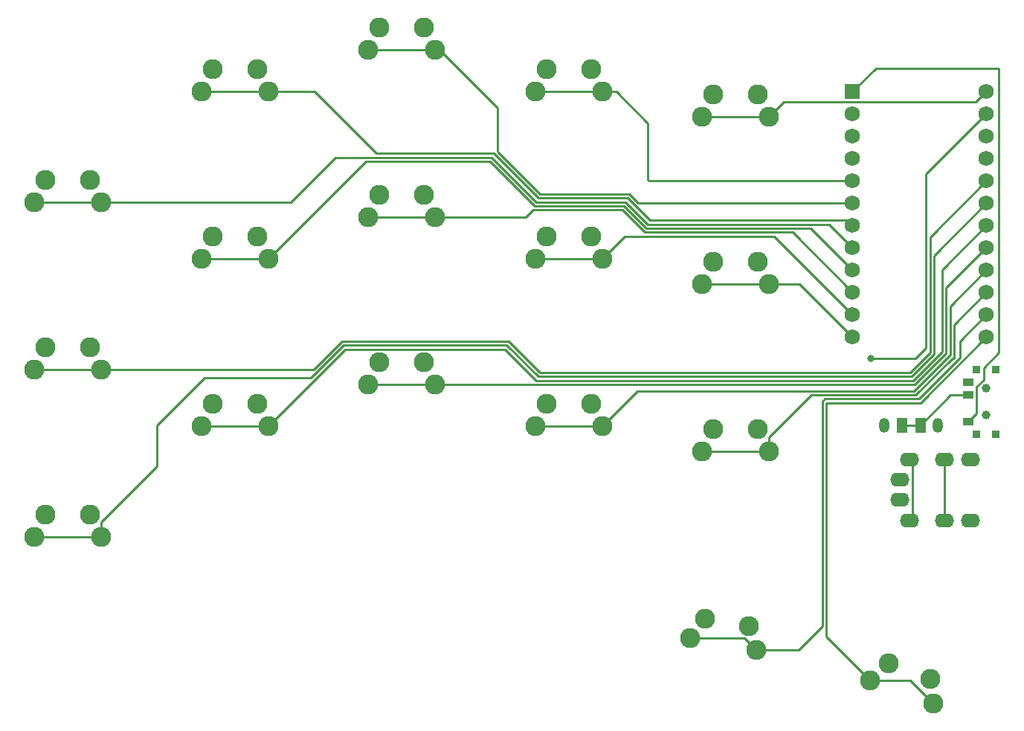
<source format=gbr>
%TF.GenerationSoftware,KiCad,Pcbnew,(7.0.0)*%
%TF.CreationDate,2023-03-27T22:06:22+01:00*%
%TF.ProjectId,olacc-34,6f6c6163-632d-4333-942e-6b696361645f,v1.0.0*%
%TF.SameCoordinates,Original*%
%TF.FileFunction,Copper,L1,Top*%
%TF.FilePolarity,Positive*%
%FSLAX46Y46*%
G04 Gerber Fmt 4.6, Leading zero omitted, Abs format (unit mm)*
G04 Created by KiCad (PCBNEW (7.0.0)) date 2023-03-27 22:06:22*
%MOMM*%
%LPD*%
G01*
G04 APERTURE LIST*
%TA.AperFunction,SMDPad,CuDef*%
%ADD10R,0.900000X0.900000*%
%TD*%
%TA.AperFunction,WasherPad*%
%ADD11C,1.000000*%
%TD*%
%TA.AperFunction,SMDPad,CuDef*%
%ADD12R,1.250000X0.900000*%
%TD*%
%TA.AperFunction,ComponentPad*%
%ADD13C,2.286000*%
%TD*%
%TA.AperFunction,ComponentPad*%
%ADD14O,2.200000X1.600000*%
%TD*%
%TA.AperFunction,ComponentPad*%
%ADD15R,1.200000X1.700000*%
%TD*%
%TA.AperFunction,ComponentPad*%
%ADD16O,1.200000X1.700000*%
%TD*%
%TA.AperFunction,ComponentPad*%
%ADD17R,1.752600X1.752600*%
%TD*%
%TA.AperFunction,ComponentPad*%
%ADD18C,1.752600*%
%TD*%
%TA.AperFunction,ViaPad*%
%ADD19C,0.800000*%
%TD*%
%TA.AperFunction,Conductor*%
%ADD20C,0.250000*%
%TD*%
G04 APERTURE END LIST*
D10*
%TO.P,T1,*%
%TO.N,*%
X105674999Y21615499D03*
X103474999Y21615499D03*
D11*
X104575000Y19415500D03*
X104575000Y16415500D03*
D10*
X105674999Y14215499D03*
X103474999Y14215499D03*
D12*
%TO.P,T1,1*%
%TO.N,RAW*%
X102499999Y15665499D03*
%TO.P,T1,2*%
%TO.N,BAT*%
X102499999Y18665499D03*
%TO.P,T1,3*%
%TO.N,N/C*%
X102499999Y20165499D03*
%TD*%
D13*
%TO.P,S16,1*%
%TO.N,GND*%
X72525721Y-6748110D03*
X77528544Y-7630243D03*
%TO.P,S16,2*%
%TO.N,thumb_tucky*%
X70833949Y-9028989D03*
X78338184Y-10352188D03*
%TD*%
%TO.P,S6,1*%
%TO.N,GND*%
X16460000Y55753000D03*
X21540000Y55753000D03*
%TO.P,S6,2*%
%TO.N,matrix_ring_top*%
X15190000Y53213000D03*
X22810000Y53213000D03*
%TD*%
%TO.P,S14,1*%
%TO.N,GND*%
X73460000Y33845500D03*
X78540000Y33845500D03*
%TO.P,S14,2*%
%TO.N,matrix_inner_home*%
X72190000Y31305500D03*
X79810000Y31305500D03*
%TD*%
D14*
%TO.P,TRRS1,1*%
%TO.N,VCC*%
X94699999Y9015499D03*
X94699999Y6715499D03*
%TO.P,TRRS1,2*%
%TO.N,P0*%
X95799999Y11315499D03*
X95799999Y4415499D03*
%TO.P,TRRS1,3*%
%TO.N,GND*%
X99799999Y11315499D03*
X99799999Y4415499D03*
%TO.P,TRRS1,4*%
X102799999Y11315499D03*
X102799999Y4415499D03*
%TD*%
D13*
%TO.P,S8,1*%
%TO.N,GND*%
X35460000Y41465500D03*
X40540000Y41465500D03*
%TO.P,S8,2*%
%TO.N,matrix_middle_home*%
X34190000Y38925500D03*
X41810000Y38925500D03*
%TD*%
%TO.P,S7,1*%
%TO.N,GND*%
X35460000Y22415500D03*
X40540000Y22415500D03*
%TO.P,S7,2*%
%TO.N,matrix_middle_bottom*%
X34190000Y19875500D03*
X41810000Y19875500D03*
%TD*%
%TO.P,S10,1*%
%TO.N,GND*%
X54460000Y17653000D03*
X59540000Y17653000D03*
%TO.P,S10,2*%
%TO.N,matrix_index_bottom*%
X53190000Y15113000D03*
X60810000Y15113000D03*
%TD*%
%TO.P,S3,1*%
%TO.N,GND*%
X-2540000Y43180000D03*
X2540000Y43180000D03*
%TO.P,S3,2*%
%TO.N,matrix_pinky_top*%
X-3810000Y40640000D03*
X3810000Y40640000D03*
%TD*%
%TO.P,S4,1*%
%TO.N,GND*%
X16460000Y17653000D03*
X21540000Y17653000D03*
%TO.P,S4,2*%
%TO.N,matrix_ring_bottom*%
X15190000Y15113000D03*
X22810000Y15113000D03*
%TD*%
D11*
%TO.P,T2,*%
%TO.N,*%
X104575000Y19415500D03*
X104575000Y16415500D03*
%TD*%
D13*
%TO.P,S2,1*%
%TO.N,GND*%
X-2540000Y24130000D03*
X2540000Y24130000D03*
%TO.P,S2,2*%
%TO.N,matrix_pinky_home*%
X-3810000Y21590000D03*
X3810000Y21590000D03*
%TD*%
%TO.P,S13,1*%
%TO.N,GND*%
X73460000Y14795500D03*
X78540000Y14795500D03*
%TO.P,S13,2*%
%TO.N,matrix_inner_bottom*%
X72190000Y12255500D03*
X79810000Y12255500D03*
%TD*%
%TO.P,S11,1*%
%TO.N,GND*%
X54460000Y36703000D03*
X59540000Y36703000D03*
%TO.P,S11,2*%
%TO.N,matrix_index_home*%
X53190000Y34163000D03*
X60810000Y34163000D03*
%TD*%
%TO.P,S5,1*%
%TO.N,GND*%
X16460000Y36703000D03*
X21540000Y36703000D03*
%TO.P,S5,2*%
%TO.N,matrix_ring_home*%
X15190000Y34163000D03*
X22810000Y34163000D03*
%TD*%
D15*
%TO.P,JST1,1*%
%TO.N,BAT*%
X94979999Y15239999D03*
D16*
%TO.P,JST1,2*%
%TO.N,GND*%
X92979999Y15239999D03*
%TD*%
D13*
%TO.P,S1,1*%
%TO.N,GND*%
X-2540000Y5080000D03*
X2540000Y5080000D03*
%TO.P,S1,2*%
%TO.N,matrix_pinky_bottom*%
X-3810000Y2540000D03*
X3810000Y2540000D03*
%TD*%
%TO.P,S9,1*%
%TO.N,GND*%
X35460000Y60515500D03*
X40540000Y60515500D03*
%TO.P,S9,2*%
%TO.N,matrix_middle_top*%
X34190000Y57975500D03*
X41810000Y57975500D03*
%TD*%
%TO.P,S12,1*%
%TO.N,GND*%
X54460000Y55753000D03*
X59540000Y55753000D03*
%TO.P,S12,2*%
%TO.N,matrix_index_top*%
X53190000Y53213000D03*
X60810000Y53213000D03*
%TD*%
%TO.P,S15,1*%
%TO.N,GND*%
X73460000Y52895500D03*
X78540000Y52895500D03*
%TO.P,S15,2*%
%TO.N,matrix_inner_top*%
X72190000Y50355500D03*
X79810000Y50355500D03*
%TD*%
D17*
%TO.P,MCU1,1*%
%TO.N,RAW*%
X89334999Y53212999D03*
D18*
%TO.P,MCU1,2*%
%TO.N,GND*%
X89335000Y50673000D03*
%TO.P,MCU1,3*%
%TO.N,RST*%
X89335000Y48133000D03*
%TO.P,MCU1,4*%
%TO.N,VCC*%
X89335000Y45593000D03*
%TO.P,MCU1,5*%
%TO.N,matrix_index_top*%
X89335000Y43053000D03*
%TO.P,MCU1,6*%
%TO.N,matrix_middle_top*%
X89335000Y40513000D03*
%TO.P,MCU1,7*%
%TO.N,matrix_ring_top*%
X89335000Y37973000D03*
%TO.P,MCU1,8*%
%TO.N,matrix_pinky_top*%
X89335000Y35433000D03*
%TO.P,MCU1,9*%
%TO.N,matrix_ring_home*%
X89335000Y32893000D03*
%TO.P,MCU1,10*%
%TO.N,matrix_middle_home*%
X89335000Y30353000D03*
%TO.P,MCU1,11*%
%TO.N,matrix_index_home*%
X89335000Y27813000D03*
%TO.P,MCU1,12*%
%TO.N,matrix_inner_home*%
X89335000Y25273000D03*
%TO.P,MCU1,13*%
%TO.N,matrix_inner_top*%
X104575000Y53213000D03*
%TO.P,MCU1,14*%
%TO.N,P0*%
X104575000Y50673000D03*
%TO.P,MCU1,15*%
%TO.N,GND*%
X104575000Y48133000D03*
%TO.P,MCU1,16*%
X104575000Y45593000D03*
%TO.P,MCU1,17*%
%TO.N,matrix_pinky_home*%
X104575000Y43053000D03*
%TO.P,MCU1,18*%
%TO.N,matrix_pinky_bottom*%
X104575000Y40513000D03*
%TO.P,MCU1,19*%
%TO.N,matrix_ring_bottom*%
X104575000Y37973000D03*
%TO.P,MCU1,20*%
%TO.N,matrix_middle_bottom*%
X104575000Y35433000D03*
%TO.P,MCU1,21*%
%TO.N,matrix_index_bottom*%
X104575000Y32893000D03*
%TO.P,MCU1,22*%
%TO.N,matrix_inner_bottom*%
X104575000Y30353000D03*
%TO.P,MCU1,23*%
%TO.N,thumb_tucky*%
X104575000Y27813000D03*
%TO.P,MCU1,24*%
%TO.N,thumb_reachy*%
X104575000Y25273000D03*
%TD*%
D13*
%TO.P,S17,1*%
%TO.N,GND*%
X93430252Y-11891092D03*
X98203891Y-13628555D03*
%TO.P,S17,2*%
%TO.N,thumb_reachy*%
X91368111Y-13843546D03*
X98528569Y-16449739D03*
%TD*%
D15*
%TO.P,JST1,1*%
%TO.N,BAT*%
X97059999Y15239999D03*
D16*
%TO.P,JST1,2*%
%TO.N,GND*%
X99059999Y15239999D03*
%TD*%
D19*
%TO.N,P0*%
X91440000Y22860000D03*
%TD*%
D20*
%TO.N,GND*%
X99800000Y11315500D02*
X99800000Y4415500D01*
%TO.N,matrix_pinky_bottom*%
X27660302Y20599698D02*
X31394104Y24333500D01*
X98607208Y34545208D02*
X104575000Y40513000D01*
X53526396Y20775500D02*
X96069916Y20775500D01*
X3810000Y4196684D02*
X10160000Y10546684D01*
X10160000Y15240000D02*
X15519698Y20599698D01*
X-3810000Y2540000D02*
X3810000Y2540000D01*
X96069916Y20775500D02*
X98607208Y23312792D01*
X98607208Y23312792D02*
X98607208Y34545208D01*
X31394104Y24333500D02*
X49968396Y24333500D01*
X15519698Y20599698D02*
X27660302Y20599698D01*
X3810000Y2540000D02*
X3810000Y4196684D01*
X49968396Y24333500D02*
X53526396Y20775500D01*
X10160000Y10546684D02*
X10160000Y15240000D01*
%TO.N,matrix_pinky_home*%
X98157208Y36635208D02*
X104575000Y43053000D01*
X31207708Y24783500D02*
X50154792Y24783500D01*
X50154792Y24783500D02*
X53712792Y21225500D01*
X98157208Y23499188D02*
X98157208Y36635208D01*
X3810000Y21590000D02*
X28014208Y21590000D01*
X28014208Y21590000D02*
X31207708Y24783500D01*
X53712792Y21225500D02*
X95883520Y21225500D01*
X-3810000Y21590000D02*
X3810000Y21590000D01*
X95883520Y21225500D02*
X98157208Y23499188D01*
%TO.N,matrix_pinky_top*%
X3810000Y40640000D02*
X25400000Y40640000D01*
X66040000Y38100000D02*
X86668000Y38100000D01*
X86668000Y38100000D02*
X89335000Y35433000D01*
X53340000Y40640000D02*
X63500000Y40640000D01*
X63500000Y40640000D02*
X66040000Y38100000D01*
X48260000Y45720000D02*
X53340000Y40640000D01*
X30480000Y45720000D02*
X48260000Y45720000D01*
X-3810000Y40640000D02*
X3810000Y40640000D01*
X25400000Y40640000D02*
X30480000Y45720000D01*
%TO.N,matrix_ring_bottom*%
X49782000Y23883500D02*
X53340000Y20325500D01*
X99539208Y32937208D02*
X104575000Y37973000D01*
X22810000Y15113000D02*
X31580500Y23883500D01*
X15190000Y15113000D02*
X22810000Y15113000D01*
X99539208Y23608396D02*
X99539208Y32937208D01*
X53340000Y20325500D02*
X96256312Y20325500D01*
X96256312Y20325500D02*
X99539208Y23608396D01*
X31580500Y23883500D02*
X49782000Y23883500D01*
%TO.N,matrix_ring_home*%
X48073604Y45270000D02*
X53153604Y40190000D01*
X15190000Y34163000D02*
X22810000Y34163000D01*
X65853604Y37650000D02*
X84578000Y37650000D01*
X33917000Y45270000D02*
X48073604Y45270000D01*
X53153604Y40190000D02*
X63313604Y40190000D01*
X22810000Y34163000D02*
X33917000Y45270000D01*
X84578000Y37650000D02*
X89335000Y32893000D01*
X63313604Y40190000D02*
X65853604Y37650000D01*
%TO.N,matrix_ring_top*%
X63686396Y41090000D02*
X66226396Y38550000D01*
X53526396Y41090000D02*
X63686396Y41090000D01*
X48446396Y46170000D02*
X53526396Y41090000D01*
X15190000Y53213000D02*
X22810000Y53213000D01*
X28067000Y53213000D02*
X35110000Y46170000D01*
X35110000Y46170000D02*
X48446396Y46170000D01*
X66226396Y38550000D02*
X88758000Y38550000D01*
X22810000Y53213000D02*
X28067000Y53213000D01*
X88758000Y38550000D02*
X89335000Y37973000D01*
%TO.N,matrix_middle_bottom*%
X41810000Y19875500D02*
X96442708Y19875500D01*
X99989208Y30847208D02*
X104575000Y35433000D01*
X96442708Y19875500D02*
X99989208Y23422000D01*
X99989208Y23422000D02*
X99989208Y30847208D01*
X34190000Y19875500D02*
X41810000Y19875500D01*
%TO.N,matrix_middle_home*%
X52967208Y39740000D02*
X63127208Y39740000D01*
X34190000Y38925500D02*
X41810000Y38925500D01*
X82488000Y37200000D02*
X89335000Y30353000D01*
X41810000Y38925500D02*
X52152708Y38925500D01*
X65667208Y37200000D02*
X82488000Y37200000D01*
X63127208Y39740000D02*
X65667208Y37200000D01*
X52152708Y38925500D02*
X52967208Y39740000D01*
%TO.N,matrix_middle_top*%
X42273684Y57975500D02*
X48896396Y51352788D01*
X48896396Y51352788D02*
X48896396Y46356396D01*
X48896396Y46356396D02*
X53712792Y41540000D01*
X63872792Y41540000D02*
X64899792Y40513000D01*
X34190000Y57975500D02*
X41810000Y57975500D01*
X64899792Y40513000D02*
X89335000Y40513000D01*
X53712792Y41540000D02*
X63872792Y41540000D01*
X41810000Y57975500D02*
X42273684Y57975500D01*
%TO.N,matrix_index_bottom*%
X100439208Y23235604D02*
X100439208Y28757208D01*
X60810000Y15113000D02*
X64827000Y19130000D01*
X53190000Y15113000D02*
X60810000Y15113000D01*
X64827000Y19130000D02*
X96333604Y19130000D01*
X96333604Y19130000D02*
X100439208Y23235604D01*
X100439208Y28757208D02*
X104575000Y32893000D01*
%TO.N,matrix_index_home*%
X63397000Y36750000D02*
X80398000Y36750000D01*
X53190000Y34163000D02*
X60810000Y34163000D01*
X60810000Y34163000D02*
X63397000Y36750000D01*
X80398000Y36750000D02*
X89335000Y27813000D01*
%TO.N,matrix_index_top*%
X60810000Y53213000D02*
X62426446Y53213000D01*
X62426446Y53213000D02*
X66040000Y49599446D01*
X66040000Y43180000D02*
X66167000Y43053000D01*
X53190000Y53213000D02*
X60810000Y53213000D01*
X66040000Y49599446D02*
X66040000Y43180000D01*
X66167000Y43053000D02*
X89335000Y43053000D01*
%TO.N,matrix_inner_bottom*%
X84618054Y18680000D02*
X96520000Y18680000D01*
X100700000Y22860000D02*
X100889208Y22860000D01*
X79810000Y13871946D02*
X84618054Y18680000D01*
X72190000Y12255500D02*
X79810000Y12255500D01*
X100889208Y22860000D02*
X100889208Y26667208D01*
X96520000Y18680000D02*
X100700000Y22860000D01*
X79810000Y12255500D02*
X79810000Y13871946D01*
X100889208Y26667208D02*
X104575000Y30353000D01*
%TO.N,matrix_inner_home*%
X72190000Y31305500D02*
X79810000Y31305500D01*
X83302500Y31305500D02*
X89335000Y25273000D01*
X79810000Y31305500D02*
X83302500Y31305500D01*
%TO.N,matrix_inner_top*%
X103373700Y52011700D02*
X104575000Y53213000D01*
X81466200Y52011700D02*
X103373700Y52011700D01*
X72190000Y50355500D02*
X79810000Y50355500D01*
X79810000Y50355500D02*
X81466200Y52011700D01*
%TO.N,thumb_tucky*%
X70833949Y-9028989D02*
X77014985Y-9028989D01*
X101562802Y22897198D02*
X101562802Y24800802D01*
X101562802Y24800802D02*
X104575000Y27813000D01*
X85910000Y-7620000D02*
X85910000Y17966396D01*
X77014985Y-9028989D02*
X78338184Y-10352188D01*
X85910000Y17966396D02*
X86173604Y18230000D01*
X83177812Y-10352188D02*
X85910000Y-7620000D01*
X78338184Y-10352188D02*
X83177812Y-10352188D01*
X86173604Y18230000D02*
X96895604Y18230000D01*
X96895604Y18230000D02*
X101562802Y22897198D01*
%TO.N,thumb_reachy*%
X91368111Y-13843546D02*
X86360000Y-8835435D01*
X86360000Y-8835435D02*
X86360000Y17780000D01*
X98528569Y-16449739D02*
X95922376Y-13843546D01*
X95922376Y-13843546D02*
X91368111Y-13843546D01*
X86360000Y17780000D02*
X97082000Y17780000D01*
X97082000Y17780000D02*
X104575000Y25273000D01*
%TO.N,RAW*%
X105994250Y23484750D02*
X105994250Y55880000D01*
X103450000Y19630000D02*
X104250000Y20430000D01*
X92002000Y55880000D02*
X89335000Y53213000D01*
X102500000Y15665500D02*
X103450000Y16615500D01*
X105994250Y55880000D02*
X92002000Y55880000D01*
X103450000Y16615500D02*
X103450000Y19630000D01*
X104250000Y21740500D02*
X105994250Y23484750D01*
X104250000Y20430000D02*
X104250000Y21740500D01*
%TO.N,P0*%
X96125000Y4740500D02*
X95800000Y4415500D01*
X96125000Y10990500D02*
X96125000Y4740500D01*
X97707208Y24047208D02*
X97707208Y43805208D01*
X91440000Y22860000D02*
X96520000Y22860000D01*
X97707208Y43805208D02*
X104575000Y50673000D01*
X96520000Y22860000D02*
X97707208Y24047208D01*
X95800000Y11315500D02*
X96125000Y10990500D01*
%TO.N,BAT*%
X100485500Y18665500D02*
X97060000Y15240000D01*
X97060000Y15240000D02*
X94980000Y15240000D01*
X102500000Y18665500D02*
X100485500Y18665500D01*
%TD*%
M02*

</source>
